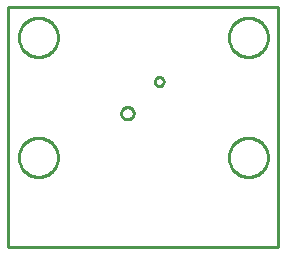
<source format=gbr>
G04 EAGLE Gerber RS-274X export*
G75*
%MOMM*%
%FSLAX34Y34*%
%LPD*%
%IN*%
%IPPOS*%
%AMOC8*
5,1,8,0,0,1.08239X$1,22.5*%
G01*
%ADD10C,0.254000*%


D10*
X0Y0D02*
X228600Y0D01*
X228600Y203200D01*
X0Y203200D01*
X0Y0D01*
X130213Y137610D02*
X129823Y137310D01*
X129397Y137065D01*
X128943Y136876D01*
X128468Y136749D01*
X127981Y136685D01*
X127489Y136685D01*
X127002Y136749D01*
X126527Y136876D01*
X126073Y137065D01*
X125647Y137310D01*
X125257Y137610D01*
X124910Y137957D01*
X124610Y138347D01*
X124365Y138773D01*
X124176Y139227D01*
X124049Y139702D01*
X123985Y140189D01*
X123985Y140681D01*
X124049Y141168D01*
X124176Y141643D01*
X124365Y142097D01*
X124610Y142523D01*
X124910Y142913D01*
X125257Y143260D01*
X125647Y143560D01*
X126073Y143806D01*
X126527Y143994D01*
X127002Y144121D01*
X127489Y144185D01*
X127981Y144185D01*
X128468Y144121D01*
X128943Y143994D01*
X129397Y143806D01*
X129823Y143560D01*
X130213Y143260D01*
X130560Y142913D01*
X130860Y142523D01*
X131106Y142097D01*
X131294Y141643D01*
X131421Y141168D01*
X131485Y140681D01*
X131485Y140189D01*
X131421Y139702D01*
X131294Y139227D01*
X131106Y138773D01*
X130860Y138347D01*
X130560Y137957D01*
X130213Y137610D01*
X104369Y109644D02*
X103908Y109277D01*
X103408Y108963D01*
X102877Y108707D01*
X102321Y108512D01*
X101746Y108381D01*
X101160Y108315D01*
X100570Y108315D01*
X99984Y108381D01*
X99409Y108512D01*
X98853Y108707D01*
X98321Y108963D01*
X97822Y109277D01*
X97361Y109644D01*
X96944Y110061D01*
X96577Y110522D01*
X96263Y111021D01*
X96007Y111553D01*
X95812Y112109D01*
X95681Y112684D01*
X95615Y113270D01*
X95615Y113860D01*
X95681Y114446D01*
X95812Y115021D01*
X96007Y115577D01*
X96263Y116108D01*
X96577Y116608D01*
X96944Y117069D01*
X97361Y117486D01*
X97822Y117853D01*
X98321Y118167D01*
X98853Y118423D01*
X99409Y118618D01*
X99984Y118749D01*
X100570Y118815D01*
X101160Y118815D01*
X101746Y118749D01*
X102321Y118618D01*
X102877Y118423D01*
X103408Y118167D01*
X103908Y117853D01*
X104369Y117486D01*
X104786Y117069D01*
X105153Y116608D01*
X105467Y116108D01*
X105723Y115577D01*
X105918Y115021D01*
X106049Y114446D01*
X106115Y113860D01*
X106115Y113270D01*
X106049Y112684D01*
X105918Y112109D01*
X105723Y111553D01*
X105467Y111021D01*
X105153Y110522D01*
X104786Y110061D01*
X104369Y109644D01*
X219710Y177260D02*
X219639Y176181D01*
X219498Y175109D01*
X219287Y174049D01*
X219008Y173005D01*
X218660Y171981D01*
X218246Y170983D01*
X217768Y170013D01*
X217228Y169077D01*
X216627Y168178D01*
X215969Y167321D01*
X215257Y166508D01*
X214492Y165744D01*
X213679Y165031D01*
X212822Y164373D01*
X211923Y163772D01*
X210987Y163232D01*
X210017Y162754D01*
X209019Y162340D01*
X207995Y161992D01*
X206951Y161713D01*
X205891Y161502D01*
X204819Y161361D01*
X203740Y161290D01*
X202660Y161290D01*
X201581Y161361D01*
X200509Y161502D01*
X199449Y161713D01*
X198405Y161992D01*
X197381Y162340D01*
X196383Y162754D01*
X195413Y163232D01*
X194477Y163772D01*
X193578Y164373D01*
X192721Y165031D01*
X191908Y165744D01*
X191144Y166508D01*
X190431Y167321D01*
X189773Y168178D01*
X189172Y169077D01*
X188632Y170013D01*
X188154Y170983D01*
X187740Y171981D01*
X187392Y173005D01*
X187113Y174049D01*
X186902Y175109D01*
X186761Y176181D01*
X186690Y177260D01*
X186690Y178340D01*
X186761Y179419D01*
X186902Y180491D01*
X187113Y181551D01*
X187392Y182595D01*
X187740Y183619D01*
X188154Y184617D01*
X188632Y185587D01*
X189172Y186523D01*
X189773Y187422D01*
X190431Y188279D01*
X191144Y189092D01*
X191908Y189857D01*
X192721Y190569D01*
X193578Y191227D01*
X194477Y191828D01*
X195413Y192368D01*
X196383Y192846D01*
X197381Y193260D01*
X198405Y193608D01*
X199449Y193887D01*
X200509Y194098D01*
X201581Y194239D01*
X202660Y194310D01*
X203740Y194310D01*
X204819Y194239D01*
X205891Y194098D01*
X206951Y193887D01*
X207995Y193608D01*
X209019Y193260D01*
X210017Y192846D01*
X210987Y192368D01*
X211923Y191828D01*
X212822Y191227D01*
X213679Y190569D01*
X214492Y189857D01*
X215257Y189092D01*
X215969Y188279D01*
X216627Y187422D01*
X217228Y186523D01*
X217768Y185587D01*
X218246Y184617D01*
X218660Y183619D01*
X219008Y182595D01*
X219287Y181551D01*
X219498Y180491D01*
X219639Y179419D01*
X219710Y178340D01*
X219710Y177260D01*
X219710Y75660D02*
X219639Y74581D01*
X219498Y73509D01*
X219287Y72449D01*
X219008Y71405D01*
X218660Y70381D01*
X218246Y69383D01*
X217768Y68413D01*
X217228Y67477D01*
X216627Y66578D01*
X215969Y65721D01*
X215257Y64908D01*
X214492Y64144D01*
X213679Y63431D01*
X212822Y62773D01*
X211923Y62172D01*
X210987Y61632D01*
X210017Y61154D01*
X209019Y60740D01*
X207995Y60392D01*
X206951Y60113D01*
X205891Y59902D01*
X204819Y59761D01*
X203740Y59690D01*
X202660Y59690D01*
X201581Y59761D01*
X200509Y59902D01*
X199449Y60113D01*
X198405Y60392D01*
X197381Y60740D01*
X196383Y61154D01*
X195413Y61632D01*
X194477Y62172D01*
X193578Y62773D01*
X192721Y63431D01*
X191908Y64144D01*
X191144Y64908D01*
X190431Y65721D01*
X189773Y66578D01*
X189172Y67477D01*
X188632Y68413D01*
X188154Y69383D01*
X187740Y70381D01*
X187392Y71405D01*
X187113Y72449D01*
X186902Y73509D01*
X186761Y74581D01*
X186690Y75660D01*
X186690Y76740D01*
X186761Y77819D01*
X186902Y78891D01*
X187113Y79951D01*
X187392Y80995D01*
X187740Y82019D01*
X188154Y83017D01*
X188632Y83987D01*
X189172Y84923D01*
X189773Y85822D01*
X190431Y86679D01*
X191144Y87492D01*
X191908Y88257D01*
X192721Y88969D01*
X193578Y89627D01*
X194477Y90228D01*
X195413Y90768D01*
X196383Y91246D01*
X197381Y91660D01*
X198405Y92008D01*
X199449Y92287D01*
X200509Y92498D01*
X201581Y92639D01*
X202660Y92710D01*
X203740Y92710D01*
X204819Y92639D01*
X205891Y92498D01*
X206951Y92287D01*
X207995Y92008D01*
X209019Y91660D01*
X210017Y91246D01*
X210987Y90768D01*
X211923Y90228D01*
X212822Y89627D01*
X213679Y88969D01*
X214492Y88257D01*
X215257Y87492D01*
X215969Y86679D01*
X216627Y85822D01*
X217228Y84923D01*
X217768Y83987D01*
X218246Y83017D01*
X218660Y82019D01*
X219008Y80995D01*
X219287Y79951D01*
X219498Y78891D01*
X219639Y77819D01*
X219710Y76740D01*
X219710Y75660D01*
X41910Y177260D02*
X41839Y176181D01*
X41698Y175109D01*
X41487Y174049D01*
X41208Y173005D01*
X40860Y171981D01*
X40446Y170983D01*
X39968Y170013D01*
X39428Y169077D01*
X38827Y168178D01*
X38169Y167321D01*
X37457Y166508D01*
X36692Y165744D01*
X35879Y165031D01*
X35022Y164373D01*
X34123Y163772D01*
X33187Y163232D01*
X32217Y162754D01*
X31219Y162340D01*
X30195Y161992D01*
X29151Y161713D01*
X28091Y161502D01*
X27019Y161361D01*
X25940Y161290D01*
X24860Y161290D01*
X23781Y161361D01*
X22709Y161502D01*
X21649Y161713D01*
X20605Y161992D01*
X19581Y162340D01*
X18583Y162754D01*
X17613Y163232D01*
X16677Y163772D01*
X15778Y164373D01*
X14921Y165031D01*
X14108Y165744D01*
X13344Y166508D01*
X12631Y167321D01*
X11973Y168178D01*
X11372Y169077D01*
X10832Y170013D01*
X10354Y170983D01*
X9940Y171981D01*
X9592Y173005D01*
X9313Y174049D01*
X9102Y175109D01*
X8961Y176181D01*
X8890Y177260D01*
X8890Y178340D01*
X8961Y179419D01*
X9102Y180491D01*
X9313Y181551D01*
X9592Y182595D01*
X9940Y183619D01*
X10354Y184617D01*
X10832Y185587D01*
X11372Y186523D01*
X11973Y187422D01*
X12631Y188279D01*
X13344Y189092D01*
X14108Y189857D01*
X14921Y190569D01*
X15778Y191227D01*
X16677Y191828D01*
X17613Y192368D01*
X18583Y192846D01*
X19581Y193260D01*
X20605Y193608D01*
X21649Y193887D01*
X22709Y194098D01*
X23781Y194239D01*
X24860Y194310D01*
X25940Y194310D01*
X27019Y194239D01*
X28091Y194098D01*
X29151Y193887D01*
X30195Y193608D01*
X31219Y193260D01*
X32217Y192846D01*
X33187Y192368D01*
X34123Y191828D01*
X35022Y191227D01*
X35879Y190569D01*
X36692Y189857D01*
X37457Y189092D01*
X38169Y188279D01*
X38827Y187422D01*
X39428Y186523D01*
X39968Y185587D01*
X40446Y184617D01*
X40860Y183619D01*
X41208Y182595D01*
X41487Y181551D01*
X41698Y180491D01*
X41839Y179419D01*
X41910Y178340D01*
X41910Y177260D01*
X41910Y75660D02*
X41839Y74581D01*
X41698Y73509D01*
X41487Y72449D01*
X41208Y71405D01*
X40860Y70381D01*
X40446Y69383D01*
X39968Y68413D01*
X39428Y67477D01*
X38827Y66578D01*
X38169Y65721D01*
X37457Y64908D01*
X36692Y64144D01*
X35879Y63431D01*
X35022Y62773D01*
X34123Y62172D01*
X33187Y61632D01*
X32217Y61154D01*
X31219Y60740D01*
X30195Y60392D01*
X29151Y60113D01*
X28091Y59902D01*
X27019Y59761D01*
X25940Y59690D01*
X24860Y59690D01*
X23781Y59761D01*
X22709Y59902D01*
X21649Y60113D01*
X20605Y60392D01*
X19581Y60740D01*
X18583Y61154D01*
X17613Y61632D01*
X16677Y62172D01*
X15778Y62773D01*
X14921Y63431D01*
X14108Y64144D01*
X13344Y64908D01*
X12631Y65721D01*
X11973Y66578D01*
X11372Y67477D01*
X10832Y68413D01*
X10354Y69383D01*
X9940Y70381D01*
X9592Y71405D01*
X9313Y72449D01*
X9102Y73509D01*
X8961Y74581D01*
X8890Y75660D01*
X8890Y76740D01*
X8961Y77819D01*
X9102Y78891D01*
X9313Y79951D01*
X9592Y80995D01*
X9940Y82019D01*
X10354Y83017D01*
X10832Y83987D01*
X11372Y84923D01*
X11973Y85822D01*
X12631Y86679D01*
X13344Y87492D01*
X14108Y88257D01*
X14921Y88969D01*
X15778Y89627D01*
X16677Y90228D01*
X17613Y90768D01*
X18583Y91246D01*
X19581Y91660D01*
X20605Y92008D01*
X21649Y92287D01*
X22709Y92498D01*
X23781Y92639D01*
X24860Y92710D01*
X25940Y92710D01*
X27019Y92639D01*
X28091Y92498D01*
X29151Y92287D01*
X30195Y92008D01*
X31219Y91660D01*
X32217Y91246D01*
X33187Y90768D01*
X34123Y90228D01*
X35022Y89627D01*
X35879Y88969D01*
X36692Y88257D01*
X37457Y87492D01*
X38169Y86679D01*
X38827Y85822D01*
X39428Y84923D01*
X39968Y83987D01*
X40446Y83017D01*
X40860Y82019D01*
X41208Y80995D01*
X41487Y79951D01*
X41698Y78891D01*
X41839Y77819D01*
X41910Y76740D01*
X41910Y75660D01*
M02*

</source>
